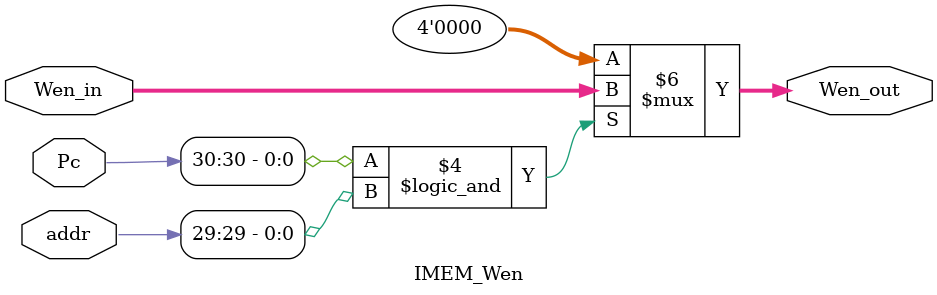
<source format=v>
module IMEM_Wen(
    input   [3:0]   Wen_in,
    input   [31:0]  Pc,
    input   [31:0]  addr,
    output  reg [3:0]   Wen_out
);

    //only when PC[30] == 1'b1, && address[29] == 1,can write to IMEM
    always @(*) begin
        if(Pc[30] == 1'b1 && addr[29] == 1'b1)
            Wen_out = Wen_in;
        else
            Wen_out = 4'h0;
    end


endmodule

</source>
